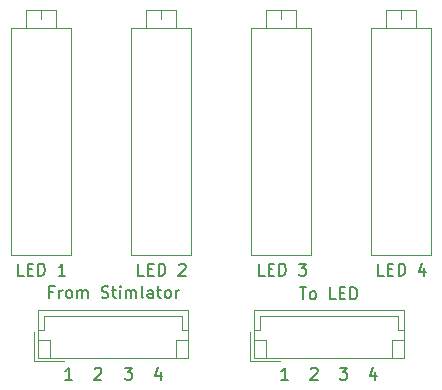
<source format=gbr>
G04 #@! TF.GenerationSoftware,KiCad,Pcbnew,(5.0.0)*
G04 #@! TF.CreationDate,2019-02-26T18:07:47+01:00*
G04 #@! TF.ProjectId,Potentiometer_mount_4LED,506F74656E74696F6D657465725F6D6F,rev?*
G04 #@! TF.SameCoordinates,Original*
G04 #@! TF.FileFunction,Legend,Top*
G04 #@! TF.FilePolarity,Positive*
%FSLAX46Y46*%
G04 Gerber Fmt 4.6, Leading zero omitted, Abs format (unit mm)*
G04 Created by KiCad (PCBNEW (5.0.0)) date 02/26/19 18:07:47*
%MOMM*%
%LPD*%
G01*
G04 APERTURE LIST*
%ADD10C,0.200000*%
%ADD11C,0.120000*%
%ADD12C,0.150000*%
G04 APERTURE END LIST*
D10*
X150590476Y-82985714D02*
X150590476Y-83652380D01*
X150352380Y-82604761D02*
X150114285Y-83319047D01*
X150733333Y-83319047D01*
X147566666Y-82652380D02*
X148185714Y-82652380D01*
X147852380Y-83033333D01*
X147995238Y-83033333D01*
X148090476Y-83080952D01*
X148138095Y-83128571D01*
X148185714Y-83223809D01*
X148185714Y-83461904D01*
X148138095Y-83557142D01*
X148090476Y-83604761D01*
X147995238Y-83652380D01*
X147709523Y-83652380D01*
X147614285Y-83604761D01*
X147566666Y-83557142D01*
X145114285Y-82747619D02*
X145161904Y-82700000D01*
X145257142Y-82652380D01*
X145495238Y-82652380D01*
X145590476Y-82700000D01*
X145638095Y-82747619D01*
X145685714Y-82842857D01*
X145685714Y-82938095D01*
X145638095Y-83080952D01*
X145066666Y-83652380D01*
X145685714Y-83652380D01*
X143185714Y-83652380D02*
X142614285Y-83652380D01*
X142900000Y-83652380D02*
X142900000Y-82652380D01*
X142804761Y-82795238D01*
X142709523Y-82890476D01*
X142614285Y-82938095D01*
X132390476Y-82985714D02*
X132390476Y-83652380D01*
X132152380Y-82604761D02*
X131914285Y-83319047D01*
X132533333Y-83319047D01*
X129366666Y-82652380D02*
X129985714Y-82652380D01*
X129652380Y-83033333D01*
X129795238Y-83033333D01*
X129890476Y-83080952D01*
X129938095Y-83128571D01*
X129985714Y-83223809D01*
X129985714Y-83461904D01*
X129938095Y-83557142D01*
X129890476Y-83604761D01*
X129795238Y-83652380D01*
X129509523Y-83652380D01*
X129414285Y-83604761D01*
X129366666Y-83557142D01*
X126814285Y-82747619D02*
X126861904Y-82700000D01*
X126957142Y-82652380D01*
X127195238Y-82652380D01*
X127290476Y-82700000D01*
X127338095Y-82747619D01*
X127385714Y-82842857D01*
X127385714Y-82938095D01*
X127338095Y-83080952D01*
X126766666Y-83652380D01*
X127385714Y-83652380D01*
X124885714Y-83652380D02*
X124314285Y-83652380D01*
X124600000Y-83652380D02*
X124600000Y-82652380D01*
X124504761Y-82795238D01*
X124409523Y-82890476D01*
X124314285Y-82938095D01*
D11*
G04 #@! TO.C,From Stimlator*
X121990000Y-77790000D02*
X121990000Y-81810000D01*
X121990000Y-81810000D02*
X134710000Y-81810000D01*
X134710000Y-81810000D02*
X134710000Y-77790000D01*
X134710000Y-77790000D02*
X121990000Y-77790000D01*
X121990000Y-79500000D02*
X122490000Y-79500000D01*
X122490000Y-79500000D02*
X122490000Y-78290000D01*
X122490000Y-78290000D02*
X134210000Y-78290000D01*
X134210000Y-78290000D02*
X134210000Y-79500000D01*
X134210000Y-79500000D02*
X134710000Y-79500000D01*
X121990000Y-80310000D02*
X122990000Y-80310000D01*
X122990000Y-80310000D02*
X122990000Y-81810000D01*
X134710000Y-80310000D02*
X133710000Y-80310000D01*
X133710000Y-80310000D02*
X133710000Y-81810000D01*
X121690000Y-79610000D02*
X121690000Y-82110000D01*
X121690000Y-82110000D02*
X124190000Y-82110000D01*
G04 #@! TO.C,To LED*
X139990000Y-82110000D02*
X142490000Y-82110000D01*
X139990000Y-79610000D02*
X139990000Y-82110000D01*
X152010000Y-80310000D02*
X152010000Y-81810000D01*
X153010000Y-80310000D02*
X152010000Y-80310000D01*
X141290000Y-80310000D02*
X141290000Y-81810000D01*
X140290000Y-80310000D02*
X141290000Y-80310000D01*
X152510000Y-79500000D02*
X153010000Y-79500000D01*
X152510000Y-78290000D02*
X152510000Y-79500000D01*
X140790000Y-78290000D02*
X152510000Y-78290000D01*
X140790000Y-79500000D02*
X140790000Y-78290000D01*
X140290000Y-79500000D02*
X140790000Y-79500000D01*
X153010000Y-77790000D02*
X140290000Y-77790000D01*
X153010000Y-81810000D02*
X153010000Y-77790000D01*
X140290000Y-81810000D02*
X153010000Y-81810000D01*
X140290000Y-77790000D02*
X140290000Y-81810000D01*
G04 #@! TO.C,LED 1*
X122270000Y-52360000D02*
X122270000Y-53119000D01*
X123570000Y-53879000D02*
X120970000Y-53879000D01*
X123570000Y-52360000D02*
X120970000Y-52360000D01*
X120970000Y-52360000D02*
X120970000Y-53879000D01*
X123570000Y-52360000D02*
X123570000Y-53879000D01*
X124790000Y-73120000D02*
X119750000Y-73120000D01*
X124790000Y-53880000D02*
X119750000Y-53880000D01*
X119750000Y-53880000D02*
X119750000Y-73120000D01*
X124790000Y-53880000D02*
X124790000Y-73120000D01*
G04 #@! TO.C,LED 2*
X134950000Y-53880000D02*
X134950000Y-73120000D01*
X129910000Y-53880000D02*
X129910000Y-73120000D01*
X134950000Y-53880000D02*
X129910000Y-53880000D01*
X134950000Y-73120000D02*
X129910000Y-73120000D01*
X133730000Y-52360000D02*
X133730000Y-53879000D01*
X131130000Y-52360000D02*
X131130000Y-53879000D01*
X133730000Y-52360000D02*
X131130000Y-52360000D01*
X133730000Y-53879000D02*
X131130000Y-53879000D01*
X132430000Y-52360000D02*
X132430000Y-53119000D01*
G04 #@! TO.C,LED 3*
X142590000Y-52360000D02*
X142590000Y-53119000D01*
X143890000Y-53879000D02*
X141290000Y-53879000D01*
X143890000Y-52360000D02*
X141290000Y-52360000D01*
X141290000Y-52360000D02*
X141290000Y-53879000D01*
X143890000Y-52360000D02*
X143890000Y-53879000D01*
X145110000Y-73120000D02*
X140070000Y-73120000D01*
X145110000Y-53880000D02*
X140070000Y-53880000D01*
X140070000Y-53880000D02*
X140070000Y-73120000D01*
X145110000Y-53880000D02*
X145110000Y-73120000D01*
G04 #@! TO.C,LED 4*
X155270000Y-53880000D02*
X155270000Y-73120000D01*
X150230000Y-53880000D02*
X150230000Y-73120000D01*
X155270000Y-53880000D02*
X150230000Y-53880000D01*
X155270000Y-73120000D02*
X150230000Y-73120000D01*
X154050000Y-52360000D02*
X154050000Y-53879000D01*
X151450000Y-52360000D02*
X151450000Y-53879000D01*
X154050000Y-52360000D02*
X151450000Y-52360000D01*
X154050000Y-53879000D02*
X151450000Y-53879000D01*
X152750000Y-52360000D02*
X152750000Y-53119000D01*
G04 #@! TO.C,From Stimlator*
D12*
X123304761Y-76228571D02*
X122971428Y-76228571D01*
X122971428Y-76752380D02*
X122971428Y-75752380D01*
X123447619Y-75752380D01*
X123828571Y-76752380D02*
X123828571Y-76085714D01*
X123828571Y-76276190D02*
X123876190Y-76180952D01*
X123923809Y-76133333D01*
X124019047Y-76085714D01*
X124114285Y-76085714D01*
X124590476Y-76752380D02*
X124495238Y-76704761D01*
X124447619Y-76657142D01*
X124400000Y-76561904D01*
X124400000Y-76276190D01*
X124447619Y-76180952D01*
X124495238Y-76133333D01*
X124590476Y-76085714D01*
X124733333Y-76085714D01*
X124828571Y-76133333D01*
X124876190Y-76180952D01*
X124923809Y-76276190D01*
X124923809Y-76561904D01*
X124876190Y-76657142D01*
X124828571Y-76704761D01*
X124733333Y-76752380D01*
X124590476Y-76752380D01*
X125352380Y-76752380D02*
X125352380Y-76085714D01*
X125352380Y-76180952D02*
X125400000Y-76133333D01*
X125495238Y-76085714D01*
X125638095Y-76085714D01*
X125733333Y-76133333D01*
X125780952Y-76228571D01*
X125780952Y-76752380D01*
X125780952Y-76228571D02*
X125828571Y-76133333D01*
X125923809Y-76085714D01*
X126066666Y-76085714D01*
X126161904Y-76133333D01*
X126209523Y-76228571D01*
X126209523Y-76752380D01*
X127400000Y-76704761D02*
X127542857Y-76752380D01*
X127780952Y-76752380D01*
X127876190Y-76704761D01*
X127923809Y-76657142D01*
X127971428Y-76561904D01*
X127971428Y-76466666D01*
X127923809Y-76371428D01*
X127876190Y-76323809D01*
X127780952Y-76276190D01*
X127590476Y-76228571D01*
X127495238Y-76180952D01*
X127447619Y-76133333D01*
X127400000Y-76038095D01*
X127400000Y-75942857D01*
X127447619Y-75847619D01*
X127495238Y-75800000D01*
X127590476Y-75752380D01*
X127828571Y-75752380D01*
X127971428Y-75800000D01*
X128257142Y-76085714D02*
X128638095Y-76085714D01*
X128400000Y-75752380D02*
X128400000Y-76609523D01*
X128447619Y-76704761D01*
X128542857Y-76752380D01*
X128638095Y-76752380D01*
X128971428Y-76752380D02*
X128971428Y-76085714D01*
X128971428Y-75752380D02*
X128923809Y-75800000D01*
X128971428Y-75847619D01*
X129019047Y-75800000D01*
X128971428Y-75752380D01*
X128971428Y-75847619D01*
X129447619Y-76752380D02*
X129447619Y-76085714D01*
X129447619Y-76180952D02*
X129495238Y-76133333D01*
X129590476Y-76085714D01*
X129733333Y-76085714D01*
X129828571Y-76133333D01*
X129876190Y-76228571D01*
X129876190Y-76752380D01*
X129876190Y-76228571D02*
X129923809Y-76133333D01*
X130019047Y-76085714D01*
X130161904Y-76085714D01*
X130257142Y-76133333D01*
X130304761Y-76228571D01*
X130304761Y-76752380D01*
X130923809Y-76752380D02*
X130828571Y-76704761D01*
X130780952Y-76609523D01*
X130780952Y-75752380D01*
X131733333Y-76752380D02*
X131733333Y-76228571D01*
X131685714Y-76133333D01*
X131590476Y-76085714D01*
X131400000Y-76085714D01*
X131304761Y-76133333D01*
X131733333Y-76704761D02*
X131638095Y-76752380D01*
X131400000Y-76752380D01*
X131304761Y-76704761D01*
X131257142Y-76609523D01*
X131257142Y-76514285D01*
X131304761Y-76419047D01*
X131400000Y-76371428D01*
X131638095Y-76371428D01*
X131733333Y-76323809D01*
X132066666Y-76085714D02*
X132447619Y-76085714D01*
X132209523Y-75752380D02*
X132209523Y-76609523D01*
X132257142Y-76704761D01*
X132352380Y-76752380D01*
X132447619Y-76752380D01*
X132923809Y-76752380D02*
X132828571Y-76704761D01*
X132780952Y-76657142D01*
X132733333Y-76561904D01*
X132733333Y-76276190D01*
X132780952Y-76180952D01*
X132828571Y-76133333D01*
X132923809Y-76085714D01*
X133066666Y-76085714D01*
X133161904Y-76133333D01*
X133209523Y-76180952D01*
X133257142Y-76276190D01*
X133257142Y-76561904D01*
X133209523Y-76657142D01*
X133161904Y-76704761D01*
X133066666Y-76752380D01*
X132923809Y-76752380D01*
X133685714Y-76752380D02*
X133685714Y-76085714D01*
X133685714Y-76276190D02*
X133733333Y-76180952D01*
X133780952Y-76133333D01*
X133876190Y-76085714D01*
X133971428Y-76085714D01*
G04 #@! TO.C,To LED*
X144173809Y-75852380D02*
X144745238Y-75852380D01*
X144459523Y-76852380D02*
X144459523Y-75852380D01*
X145221428Y-76852380D02*
X145126190Y-76804761D01*
X145078571Y-76757142D01*
X145030952Y-76661904D01*
X145030952Y-76376190D01*
X145078571Y-76280952D01*
X145126190Y-76233333D01*
X145221428Y-76185714D01*
X145364285Y-76185714D01*
X145459523Y-76233333D01*
X145507142Y-76280952D01*
X145554761Y-76376190D01*
X145554761Y-76661904D01*
X145507142Y-76757142D01*
X145459523Y-76804761D01*
X145364285Y-76852380D01*
X145221428Y-76852380D01*
X147221428Y-76852380D02*
X146745238Y-76852380D01*
X146745238Y-75852380D01*
X147554761Y-76328571D02*
X147888095Y-76328571D01*
X148030952Y-76852380D02*
X147554761Y-76852380D01*
X147554761Y-75852380D01*
X148030952Y-75852380D01*
X148459523Y-76852380D02*
X148459523Y-75852380D01*
X148697619Y-75852380D01*
X148840476Y-75900000D01*
X148935714Y-75995238D01*
X148983333Y-76090476D01*
X149030952Y-76280952D01*
X149030952Y-76423809D01*
X148983333Y-76614285D01*
X148935714Y-76709523D01*
X148840476Y-76804761D01*
X148697619Y-76852380D01*
X148459523Y-76852380D01*
G04 #@! TO.C,LED 1*
X120800000Y-74852380D02*
X120323809Y-74852380D01*
X120323809Y-73852380D01*
X121133333Y-74328571D02*
X121466666Y-74328571D01*
X121609523Y-74852380D02*
X121133333Y-74852380D01*
X121133333Y-73852380D01*
X121609523Y-73852380D01*
X122038095Y-74852380D02*
X122038095Y-73852380D01*
X122276190Y-73852380D01*
X122419047Y-73900000D01*
X122514285Y-73995238D01*
X122561904Y-74090476D01*
X122609523Y-74280952D01*
X122609523Y-74423809D01*
X122561904Y-74614285D01*
X122514285Y-74709523D01*
X122419047Y-74804761D01*
X122276190Y-74852380D01*
X122038095Y-74852380D01*
X124323809Y-74852380D02*
X123752380Y-74852380D01*
X124038095Y-74852380D02*
X124038095Y-73852380D01*
X123942857Y-73995238D01*
X123847619Y-74090476D01*
X123752380Y-74138095D01*
G04 #@! TO.C,LED 2*
X131000000Y-74852380D02*
X130523809Y-74852380D01*
X130523809Y-73852380D01*
X131333333Y-74328571D02*
X131666666Y-74328571D01*
X131809523Y-74852380D02*
X131333333Y-74852380D01*
X131333333Y-73852380D01*
X131809523Y-73852380D01*
X132238095Y-74852380D02*
X132238095Y-73852380D01*
X132476190Y-73852380D01*
X132619047Y-73900000D01*
X132714285Y-73995238D01*
X132761904Y-74090476D01*
X132809523Y-74280952D01*
X132809523Y-74423809D01*
X132761904Y-74614285D01*
X132714285Y-74709523D01*
X132619047Y-74804761D01*
X132476190Y-74852380D01*
X132238095Y-74852380D01*
X133952380Y-73947619D02*
X134000000Y-73900000D01*
X134095238Y-73852380D01*
X134333333Y-73852380D01*
X134428571Y-73900000D01*
X134476190Y-73947619D01*
X134523809Y-74042857D01*
X134523809Y-74138095D01*
X134476190Y-74280952D01*
X133904761Y-74852380D01*
X134523809Y-74852380D01*
G04 #@! TO.C,LED 3*
X141200000Y-74852380D02*
X140723809Y-74852380D01*
X140723809Y-73852380D01*
X141533333Y-74328571D02*
X141866666Y-74328571D01*
X142009523Y-74852380D02*
X141533333Y-74852380D01*
X141533333Y-73852380D01*
X142009523Y-73852380D01*
X142438095Y-74852380D02*
X142438095Y-73852380D01*
X142676190Y-73852380D01*
X142819047Y-73900000D01*
X142914285Y-73995238D01*
X142961904Y-74090476D01*
X143009523Y-74280952D01*
X143009523Y-74423809D01*
X142961904Y-74614285D01*
X142914285Y-74709523D01*
X142819047Y-74804761D01*
X142676190Y-74852380D01*
X142438095Y-74852380D01*
X144104761Y-73852380D02*
X144723809Y-73852380D01*
X144390476Y-74233333D01*
X144533333Y-74233333D01*
X144628571Y-74280952D01*
X144676190Y-74328571D01*
X144723809Y-74423809D01*
X144723809Y-74661904D01*
X144676190Y-74757142D01*
X144628571Y-74804761D01*
X144533333Y-74852380D01*
X144247619Y-74852380D01*
X144152380Y-74804761D01*
X144104761Y-74757142D01*
G04 #@! TO.C,LED 4*
X151300000Y-74852380D02*
X150823809Y-74852380D01*
X150823809Y-73852380D01*
X151633333Y-74328571D02*
X151966666Y-74328571D01*
X152109523Y-74852380D02*
X151633333Y-74852380D01*
X151633333Y-73852380D01*
X152109523Y-73852380D01*
X152538095Y-74852380D02*
X152538095Y-73852380D01*
X152776190Y-73852380D01*
X152919047Y-73900000D01*
X153014285Y-73995238D01*
X153061904Y-74090476D01*
X153109523Y-74280952D01*
X153109523Y-74423809D01*
X153061904Y-74614285D01*
X153014285Y-74709523D01*
X152919047Y-74804761D01*
X152776190Y-74852380D01*
X152538095Y-74852380D01*
X154728571Y-74185714D02*
X154728571Y-74852380D01*
X154490476Y-73804761D02*
X154252380Y-74519047D01*
X154871428Y-74519047D01*
G04 #@! TD*
M02*

</source>
